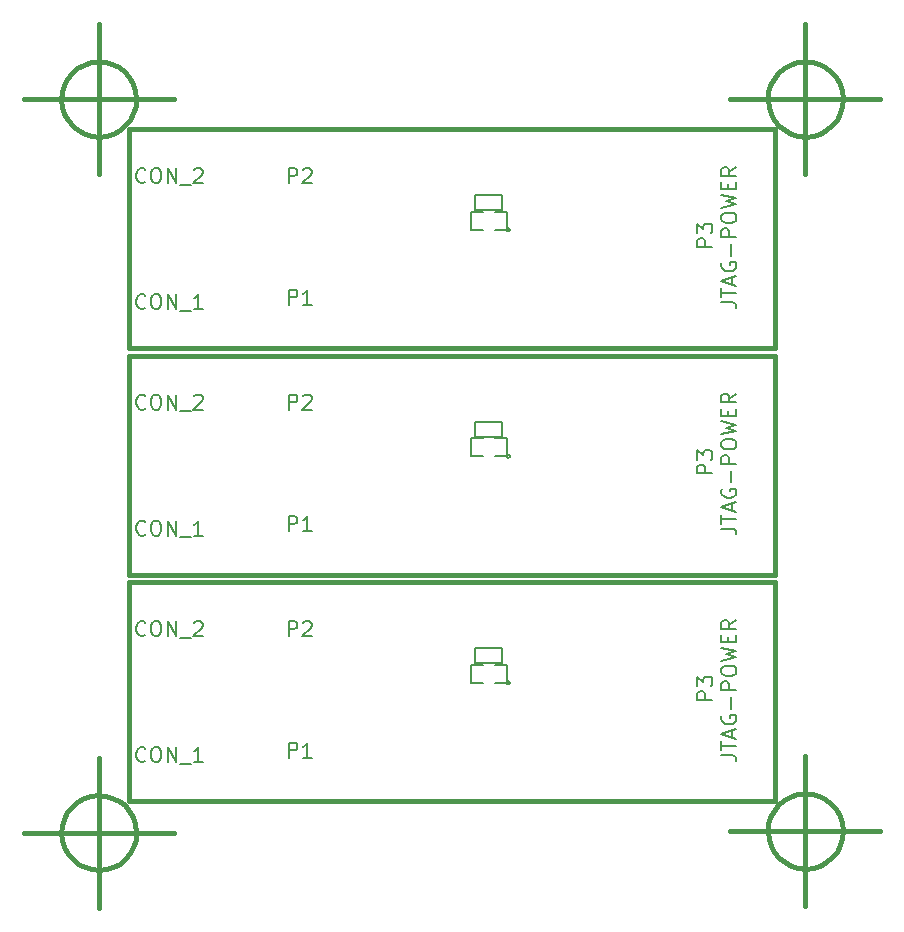
<source format=gbo>
G04 (created by PCBNEW-RS274X (2010-03-14)-final) date dom 30 oct 2011 23:58:25 ART*
G01*
G70*
G90*
%MOIN*%
G04 Gerber Fmt 3.4, Leading zero omitted, Abs format*
%FSLAX34Y34*%
G04 APERTURE LIST*
%ADD10C,0.000000*%
%ADD11C,0.015000*%
%ADD12C,0.005000*%
G04 APERTURE END LIST*
G54D10*
G54D11*
X79150Y-29750D02*
X79126Y-29992D01*
X79055Y-30226D01*
X78941Y-30441D01*
X78786Y-30630D01*
X78598Y-30786D01*
X78384Y-30902D01*
X78151Y-30974D01*
X77908Y-30999D01*
X77666Y-30977D01*
X77432Y-30908D01*
X77216Y-30795D01*
X77026Y-30643D01*
X76869Y-30456D01*
X76752Y-30242D01*
X76678Y-30009D01*
X76651Y-29767D01*
X76671Y-29525D01*
X76738Y-29290D01*
X76850Y-29073D01*
X77001Y-28882D01*
X77187Y-28724D01*
X77400Y-28605D01*
X77632Y-28530D01*
X77874Y-28501D01*
X78117Y-28519D01*
X78352Y-28585D01*
X78569Y-28695D01*
X78762Y-28845D01*
X78921Y-29030D01*
X79041Y-29242D01*
X79118Y-29474D01*
X79149Y-29716D01*
X79150Y-29750D01*
X75400Y-29750D02*
X80400Y-29750D01*
X77900Y-27250D02*
X77900Y-32250D01*
X79150Y-54150D02*
X79126Y-54392D01*
X79055Y-54626D01*
X78941Y-54841D01*
X78786Y-55030D01*
X78598Y-55186D01*
X78384Y-55302D01*
X78151Y-55374D01*
X77908Y-55399D01*
X77666Y-55377D01*
X77432Y-55308D01*
X77216Y-55195D01*
X77026Y-55043D01*
X76869Y-54856D01*
X76752Y-54642D01*
X76678Y-54409D01*
X76651Y-54167D01*
X76671Y-53925D01*
X76738Y-53690D01*
X76850Y-53473D01*
X77001Y-53282D01*
X77187Y-53124D01*
X77400Y-53005D01*
X77632Y-52930D01*
X77874Y-52901D01*
X78117Y-52919D01*
X78352Y-52985D01*
X78569Y-53095D01*
X78762Y-53245D01*
X78921Y-53430D01*
X79041Y-53642D01*
X79118Y-53874D01*
X79149Y-54116D01*
X79150Y-54150D01*
X75400Y-54150D02*
X80400Y-54150D01*
X77900Y-51650D02*
X77900Y-56650D01*
X55600Y-54200D02*
X55576Y-54442D01*
X55505Y-54676D01*
X55391Y-54891D01*
X55236Y-55080D01*
X55048Y-55236D01*
X54834Y-55352D01*
X54601Y-55424D01*
X54358Y-55449D01*
X54116Y-55427D01*
X53882Y-55358D01*
X53666Y-55245D01*
X53476Y-55093D01*
X53319Y-54906D01*
X53202Y-54692D01*
X53128Y-54459D01*
X53101Y-54217D01*
X53121Y-53975D01*
X53188Y-53740D01*
X53300Y-53523D01*
X53451Y-53332D01*
X53637Y-53174D01*
X53850Y-53055D01*
X54082Y-52980D01*
X54324Y-52951D01*
X54567Y-52969D01*
X54802Y-53035D01*
X55019Y-53145D01*
X55212Y-53295D01*
X55371Y-53480D01*
X55491Y-53692D01*
X55568Y-53924D01*
X55599Y-54166D01*
X55600Y-54200D01*
X51850Y-54200D02*
X56850Y-54200D01*
X54350Y-51700D02*
X54350Y-56700D01*
X55600Y-29750D02*
X55576Y-29992D01*
X55505Y-30226D01*
X55391Y-30441D01*
X55236Y-30630D01*
X55048Y-30786D01*
X54834Y-30902D01*
X54601Y-30974D01*
X54358Y-30999D01*
X54116Y-30977D01*
X53882Y-30908D01*
X53666Y-30795D01*
X53476Y-30643D01*
X53319Y-30456D01*
X53202Y-30242D01*
X53128Y-30009D01*
X53101Y-29767D01*
X53121Y-29525D01*
X53188Y-29290D01*
X53300Y-29073D01*
X53451Y-28882D01*
X53637Y-28724D01*
X53850Y-28605D01*
X54082Y-28530D01*
X54324Y-28501D01*
X54567Y-28519D01*
X54802Y-28585D01*
X55019Y-28695D01*
X55212Y-28845D01*
X55371Y-29030D01*
X55491Y-29242D01*
X55568Y-29474D01*
X55599Y-29716D01*
X55600Y-29750D01*
X51850Y-29750D02*
X56850Y-29750D01*
X54350Y-27250D02*
X54350Y-32250D01*
X76900Y-45850D02*
X76900Y-53150D01*
X76900Y-53150D02*
X55350Y-53150D01*
X55350Y-53150D02*
X55350Y-45850D01*
X55350Y-45850D02*
X76900Y-45850D01*
X55350Y-38300D02*
X76900Y-38300D01*
X55350Y-45600D02*
X55350Y-38300D01*
X76900Y-45600D02*
X55350Y-45600D01*
X76900Y-38300D02*
X76900Y-45600D01*
X55350Y-30750D02*
X76900Y-30750D01*
X55350Y-38050D02*
X55350Y-30750D01*
X76900Y-38050D02*
X55350Y-38050D01*
X76900Y-30750D02*
X76900Y-38050D01*
G54D12*
X68050Y-49200D02*
X68049Y-49209D01*
X68046Y-49219D01*
X68041Y-49227D01*
X68035Y-49235D01*
X68027Y-49241D01*
X68019Y-49246D01*
X68010Y-49248D01*
X68000Y-49249D01*
X67991Y-49249D01*
X67982Y-49246D01*
X67973Y-49241D01*
X67966Y-49235D01*
X67959Y-49228D01*
X67955Y-49219D01*
X67952Y-49210D01*
X67951Y-49200D01*
X67951Y-49191D01*
X67954Y-49182D01*
X67958Y-49173D01*
X67965Y-49166D01*
X67972Y-49159D01*
X67980Y-49155D01*
X67990Y-49152D01*
X67999Y-49151D01*
X68008Y-49151D01*
X68018Y-49154D01*
X68026Y-49158D01*
X68034Y-49164D01*
X68040Y-49172D01*
X68045Y-49180D01*
X68048Y-49189D01*
X68049Y-49199D01*
X68050Y-49200D01*
X67550Y-49200D02*
X67950Y-49200D01*
X67950Y-49200D02*
X67950Y-48600D01*
X67950Y-48600D02*
X67550Y-48600D01*
X67150Y-48600D02*
X66750Y-48600D01*
X66750Y-48600D02*
X66750Y-49200D01*
X66750Y-49200D02*
X67150Y-49200D01*
X67800Y-48050D02*
X66900Y-48050D01*
X66900Y-48050D02*
X66900Y-48550D01*
X66900Y-48550D02*
X67800Y-48550D01*
X67800Y-48550D02*
X67800Y-48050D01*
X67800Y-40500D02*
X66900Y-40500D01*
X66900Y-40500D02*
X66900Y-41000D01*
X66900Y-41000D02*
X67800Y-41000D01*
X67800Y-41000D02*
X67800Y-40500D01*
X68050Y-41650D02*
X68049Y-41659D01*
X68046Y-41669D01*
X68041Y-41677D01*
X68035Y-41685D01*
X68027Y-41691D01*
X68019Y-41696D01*
X68010Y-41698D01*
X68000Y-41699D01*
X67991Y-41699D01*
X67982Y-41696D01*
X67973Y-41691D01*
X67966Y-41685D01*
X67959Y-41678D01*
X67955Y-41669D01*
X67952Y-41660D01*
X67951Y-41650D01*
X67951Y-41641D01*
X67954Y-41632D01*
X67958Y-41623D01*
X67965Y-41616D01*
X67972Y-41609D01*
X67980Y-41605D01*
X67990Y-41602D01*
X67999Y-41601D01*
X68008Y-41601D01*
X68018Y-41604D01*
X68026Y-41608D01*
X68034Y-41614D01*
X68040Y-41622D01*
X68045Y-41630D01*
X68048Y-41639D01*
X68049Y-41649D01*
X68050Y-41650D01*
X67550Y-41650D02*
X67950Y-41650D01*
X67950Y-41650D02*
X67950Y-41050D01*
X67950Y-41050D02*
X67550Y-41050D01*
X67150Y-41050D02*
X66750Y-41050D01*
X66750Y-41050D02*
X66750Y-41650D01*
X66750Y-41650D02*
X67150Y-41650D01*
X67800Y-32950D02*
X66900Y-32950D01*
X66900Y-32950D02*
X66900Y-33450D01*
X66900Y-33450D02*
X67800Y-33450D01*
X67800Y-33450D02*
X67800Y-32950D01*
X68050Y-34100D02*
X68049Y-34109D01*
X68046Y-34119D01*
X68041Y-34127D01*
X68035Y-34135D01*
X68027Y-34141D01*
X68019Y-34146D01*
X68010Y-34148D01*
X68000Y-34149D01*
X67991Y-34149D01*
X67982Y-34146D01*
X67973Y-34141D01*
X67966Y-34135D01*
X67959Y-34128D01*
X67955Y-34119D01*
X67952Y-34110D01*
X67951Y-34100D01*
X67951Y-34091D01*
X67954Y-34082D01*
X67958Y-34073D01*
X67965Y-34066D01*
X67972Y-34059D01*
X67980Y-34055D01*
X67990Y-34052D01*
X67999Y-34051D01*
X68008Y-34051D01*
X68018Y-34054D01*
X68026Y-34058D01*
X68034Y-34064D01*
X68040Y-34072D01*
X68045Y-34080D01*
X68048Y-34089D01*
X68049Y-34099D01*
X68050Y-34100D01*
X67550Y-34100D02*
X67950Y-34100D01*
X67950Y-34100D02*
X67950Y-33500D01*
X67950Y-33500D02*
X67550Y-33500D01*
X67150Y-33500D02*
X66750Y-33500D01*
X66750Y-33500D02*
X66750Y-34100D01*
X66750Y-34100D02*
X67150Y-34100D01*
X60681Y-51702D02*
X60681Y-51202D01*
X60872Y-51202D01*
X60919Y-51226D01*
X60943Y-51250D01*
X60967Y-51298D01*
X60967Y-51369D01*
X60943Y-51417D01*
X60919Y-51440D01*
X60872Y-51464D01*
X60681Y-51464D01*
X61443Y-51702D02*
X61157Y-51702D01*
X61300Y-51702D02*
X61300Y-51202D01*
X61252Y-51274D01*
X61205Y-51321D01*
X61157Y-51345D01*
X55903Y-51805D02*
X55879Y-51829D01*
X55808Y-51852D01*
X55760Y-51852D01*
X55688Y-51829D01*
X55641Y-51781D01*
X55617Y-51733D01*
X55593Y-51638D01*
X55593Y-51567D01*
X55617Y-51471D01*
X55641Y-51424D01*
X55688Y-51376D01*
X55760Y-51352D01*
X55808Y-51352D01*
X55879Y-51376D01*
X55903Y-51400D01*
X56212Y-51352D02*
X56308Y-51352D01*
X56355Y-51376D01*
X56403Y-51424D01*
X56427Y-51519D01*
X56427Y-51686D01*
X56403Y-51781D01*
X56355Y-51829D01*
X56308Y-51852D01*
X56212Y-51852D01*
X56165Y-51829D01*
X56117Y-51781D01*
X56093Y-51686D01*
X56093Y-51519D01*
X56117Y-51424D01*
X56165Y-51376D01*
X56212Y-51352D01*
X56641Y-51852D02*
X56641Y-51352D01*
X56927Y-51852D01*
X56927Y-51352D01*
X57046Y-51900D02*
X57427Y-51900D01*
X57808Y-51852D02*
X57522Y-51852D01*
X57665Y-51852D02*
X57665Y-51352D01*
X57617Y-51424D01*
X57570Y-51471D01*
X57522Y-51495D01*
X60681Y-47652D02*
X60681Y-47152D01*
X60872Y-47152D01*
X60919Y-47176D01*
X60943Y-47200D01*
X60967Y-47248D01*
X60967Y-47319D01*
X60943Y-47367D01*
X60919Y-47390D01*
X60872Y-47414D01*
X60681Y-47414D01*
X61157Y-47200D02*
X61181Y-47176D01*
X61229Y-47152D01*
X61348Y-47152D01*
X61395Y-47176D01*
X61419Y-47200D01*
X61443Y-47248D01*
X61443Y-47295D01*
X61419Y-47367D01*
X61133Y-47652D01*
X61443Y-47652D01*
X55903Y-47605D02*
X55879Y-47629D01*
X55808Y-47652D01*
X55760Y-47652D01*
X55688Y-47629D01*
X55641Y-47581D01*
X55617Y-47533D01*
X55593Y-47438D01*
X55593Y-47367D01*
X55617Y-47271D01*
X55641Y-47224D01*
X55688Y-47176D01*
X55760Y-47152D01*
X55808Y-47152D01*
X55879Y-47176D01*
X55903Y-47200D01*
X56212Y-47152D02*
X56308Y-47152D01*
X56355Y-47176D01*
X56403Y-47224D01*
X56427Y-47319D01*
X56427Y-47486D01*
X56403Y-47581D01*
X56355Y-47629D01*
X56308Y-47652D01*
X56212Y-47652D01*
X56165Y-47629D01*
X56117Y-47581D01*
X56093Y-47486D01*
X56093Y-47319D01*
X56117Y-47224D01*
X56165Y-47176D01*
X56212Y-47152D01*
X56641Y-47652D02*
X56641Y-47152D01*
X56927Y-47652D01*
X56927Y-47152D01*
X57046Y-47700D02*
X57427Y-47700D01*
X57522Y-47200D02*
X57546Y-47176D01*
X57594Y-47152D01*
X57713Y-47152D01*
X57760Y-47176D01*
X57784Y-47200D01*
X57808Y-47248D01*
X57808Y-47295D01*
X57784Y-47367D01*
X57498Y-47652D01*
X57808Y-47652D01*
X74802Y-49769D02*
X74302Y-49769D01*
X74302Y-49578D01*
X74326Y-49531D01*
X74350Y-49507D01*
X74398Y-49483D01*
X74469Y-49483D01*
X74517Y-49507D01*
X74540Y-49531D01*
X74564Y-49578D01*
X74564Y-49769D01*
X74302Y-49317D02*
X74302Y-49007D01*
X74493Y-49174D01*
X74493Y-49102D01*
X74517Y-49055D01*
X74540Y-49031D01*
X74588Y-49007D01*
X74707Y-49007D01*
X74755Y-49031D01*
X74779Y-49055D01*
X74802Y-49102D01*
X74802Y-49245D01*
X74779Y-49293D01*
X74755Y-49317D01*
X75102Y-51616D02*
X75460Y-51616D01*
X75531Y-51640D01*
X75579Y-51688D01*
X75602Y-51759D01*
X75602Y-51807D01*
X75102Y-51449D02*
X75102Y-51164D01*
X75602Y-51307D02*
X75102Y-51307D01*
X75460Y-51021D02*
X75460Y-50783D01*
X75602Y-51068D02*
X75102Y-50902D01*
X75602Y-50735D01*
X75126Y-50306D02*
X75102Y-50354D01*
X75102Y-50425D01*
X75126Y-50497D01*
X75174Y-50544D01*
X75221Y-50568D01*
X75317Y-50592D01*
X75388Y-50592D01*
X75483Y-50568D01*
X75531Y-50544D01*
X75579Y-50497D01*
X75602Y-50425D01*
X75602Y-50377D01*
X75579Y-50306D01*
X75555Y-50282D01*
X75388Y-50282D01*
X75388Y-50377D01*
X75412Y-50068D02*
X75412Y-49687D01*
X75602Y-49449D02*
X75102Y-49449D01*
X75102Y-49258D01*
X75126Y-49211D01*
X75150Y-49187D01*
X75198Y-49163D01*
X75269Y-49163D01*
X75317Y-49187D01*
X75340Y-49211D01*
X75364Y-49258D01*
X75364Y-49449D01*
X75102Y-48854D02*
X75102Y-48758D01*
X75126Y-48711D01*
X75174Y-48663D01*
X75269Y-48639D01*
X75436Y-48639D01*
X75531Y-48663D01*
X75579Y-48711D01*
X75602Y-48758D01*
X75602Y-48854D01*
X75579Y-48901D01*
X75531Y-48949D01*
X75436Y-48973D01*
X75269Y-48973D01*
X75174Y-48949D01*
X75126Y-48901D01*
X75102Y-48854D01*
X75102Y-48473D02*
X75602Y-48354D01*
X75245Y-48258D01*
X75602Y-48163D01*
X75102Y-48044D01*
X75340Y-47854D02*
X75340Y-47687D01*
X75602Y-47616D02*
X75602Y-47854D01*
X75102Y-47854D01*
X75102Y-47616D01*
X75602Y-47116D02*
X75364Y-47283D01*
X75602Y-47402D02*
X75102Y-47402D01*
X75102Y-47211D01*
X75126Y-47164D01*
X75150Y-47140D01*
X75198Y-47116D01*
X75269Y-47116D01*
X75317Y-47140D01*
X75340Y-47164D01*
X75364Y-47211D01*
X75364Y-47402D01*
X74802Y-42219D02*
X74302Y-42219D01*
X74302Y-42028D01*
X74326Y-41981D01*
X74350Y-41957D01*
X74398Y-41933D01*
X74469Y-41933D01*
X74517Y-41957D01*
X74540Y-41981D01*
X74564Y-42028D01*
X74564Y-42219D01*
X74302Y-41767D02*
X74302Y-41457D01*
X74493Y-41624D01*
X74493Y-41552D01*
X74517Y-41505D01*
X74540Y-41481D01*
X74588Y-41457D01*
X74707Y-41457D01*
X74755Y-41481D01*
X74779Y-41505D01*
X74802Y-41552D01*
X74802Y-41695D01*
X74779Y-41743D01*
X74755Y-41767D01*
X75102Y-44066D02*
X75460Y-44066D01*
X75531Y-44090D01*
X75579Y-44138D01*
X75602Y-44209D01*
X75602Y-44257D01*
X75102Y-43899D02*
X75102Y-43614D01*
X75602Y-43757D02*
X75102Y-43757D01*
X75460Y-43471D02*
X75460Y-43233D01*
X75602Y-43518D02*
X75102Y-43352D01*
X75602Y-43185D01*
X75126Y-42756D02*
X75102Y-42804D01*
X75102Y-42875D01*
X75126Y-42947D01*
X75174Y-42994D01*
X75221Y-43018D01*
X75317Y-43042D01*
X75388Y-43042D01*
X75483Y-43018D01*
X75531Y-42994D01*
X75579Y-42947D01*
X75602Y-42875D01*
X75602Y-42827D01*
X75579Y-42756D01*
X75555Y-42732D01*
X75388Y-42732D01*
X75388Y-42827D01*
X75412Y-42518D02*
X75412Y-42137D01*
X75602Y-41899D02*
X75102Y-41899D01*
X75102Y-41708D01*
X75126Y-41661D01*
X75150Y-41637D01*
X75198Y-41613D01*
X75269Y-41613D01*
X75317Y-41637D01*
X75340Y-41661D01*
X75364Y-41708D01*
X75364Y-41899D01*
X75102Y-41304D02*
X75102Y-41208D01*
X75126Y-41161D01*
X75174Y-41113D01*
X75269Y-41089D01*
X75436Y-41089D01*
X75531Y-41113D01*
X75579Y-41161D01*
X75602Y-41208D01*
X75602Y-41304D01*
X75579Y-41351D01*
X75531Y-41399D01*
X75436Y-41423D01*
X75269Y-41423D01*
X75174Y-41399D01*
X75126Y-41351D01*
X75102Y-41304D01*
X75102Y-40923D02*
X75602Y-40804D01*
X75245Y-40708D01*
X75602Y-40613D01*
X75102Y-40494D01*
X75340Y-40304D02*
X75340Y-40137D01*
X75602Y-40066D02*
X75602Y-40304D01*
X75102Y-40304D01*
X75102Y-40066D01*
X75602Y-39566D02*
X75364Y-39733D01*
X75602Y-39852D02*
X75102Y-39852D01*
X75102Y-39661D01*
X75126Y-39614D01*
X75150Y-39590D01*
X75198Y-39566D01*
X75269Y-39566D01*
X75317Y-39590D01*
X75340Y-39614D01*
X75364Y-39661D01*
X75364Y-39852D01*
X60681Y-40102D02*
X60681Y-39602D01*
X60872Y-39602D01*
X60919Y-39626D01*
X60943Y-39650D01*
X60967Y-39698D01*
X60967Y-39769D01*
X60943Y-39817D01*
X60919Y-39840D01*
X60872Y-39864D01*
X60681Y-39864D01*
X61157Y-39650D02*
X61181Y-39626D01*
X61229Y-39602D01*
X61348Y-39602D01*
X61395Y-39626D01*
X61419Y-39650D01*
X61443Y-39698D01*
X61443Y-39745D01*
X61419Y-39817D01*
X61133Y-40102D01*
X61443Y-40102D01*
X55903Y-40055D02*
X55879Y-40079D01*
X55808Y-40102D01*
X55760Y-40102D01*
X55688Y-40079D01*
X55641Y-40031D01*
X55617Y-39983D01*
X55593Y-39888D01*
X55593Y-39817D01*
X55617Y-39721D01*
X55641Y-39674D01*
X55688Y-39626D01*
X55760Y-39602D01*
X55808Y-39602D01*
X55879Y-39626D01*
X55903Y-39650D01*
X56212Y-39602D02*
X56308Y-39602D01*
X56355Y-39626D01*
X56403Y-39674D01*
X56427Y-39769D01*
X56427Y-39936D01*
X56403Y-40031D01*
X56355Y-40079D01*
X56308Y-40102D01*
X56212Y-40102D01*
X56165Y-40079D01*
X56117Y-40031D01*
X56093Y-39936D01*
X56093Y-39769D01*
X56117Y-39674D01*
X56165Y-39626D01*
X56212Y-39602D01*
X56641Y-40102D02*
X56641Y-39602D01*
X56927Y-40102D01*
X56927Y-39602D01*
X57046Y-40150D02*
X57427Y-40150D01*
X57522Y-39650D02*
X57546Y-39626D01*
X57594Y-39602D01*
X57713Y-39602D01*
X57760Y-39626D01*
X57784Y-39650D01*
X57808Y-39698D01*
X57808Y-39745D01*
X57784Y-39817D01*
X57498Y-40102D01*
X57808Y-40102D01*
X60681Y-44152D02*
X60681Y-43652D01*
X60872Y-43652D01*
X60919Y-43676D01*
X60943Y-43700D01*
X60967Y-43748D01*
X60967Y-43819D01*
X60943Y-43867D01*
X60919Y-43890D01*
X60872Y-43914D01*
X60681Y-43914D01*
X61443Y-44152D02*
X61157Y-44152D01*
X61300Y-44152D02*
X61300Y-43652D01*
X61252Y-43724D01*
X61205Y-43771D01*
X61157Y-43795D01*
X55903Y-44255D02*
X55879Y-44279D01*
X55808Y-44302D01*
X55760Y-44302D01*
X55688Y-44279D01*
X55641Y-44231D01*
X55617Y-44183D01*
X55593Y-44088D01*
X55593Y-44017D01*
X55617Y-43921D01*
X55641Y-43874D01*
X55688Y-43826D01*
X55760Y-43802D01*
X55808Y-43802D01*
X55879Y-43826D01*
X55903Y-43850D01*
X56212Y-43802D02*
X56308Y-43802D01*
X56355Y-43826D01*
X56403Y-43874D01*
X56427Y-43969D01*
X56427Y-44136D01*
X56403Y-44231D01*
X56355Y-44279D01*
X56308Y-44302D01*
X56212Y-44302D01*
X56165Y-44279D01*
X56117Y-44231D01*
X56093Y-44136D01*
X56093Y-43969D01*
X56117Y-43874D01*
X56165Y-43826D01*
X56212Y-43802D01*
X56641Y-44302D02*
X56641Y-43802D01*
X56927Y-44302D01*
X56927Y-43802D01*
X57046Y-44350D02*
X57427Y-44350D01*
X57808Y-44302D02*
X57522Y-44302D01*
X57665Y-44302D02*
X57665Y-43802D01*
X57617Y-43874D01*
X57570Y-43921D01*
X57522Y-43945D01*
X74802Y-34669D02*
X74302Y-34669D01*
X74302Y-34478D01*
X74326Y-34431D01*
X74350Y-34407D01*
X74398Y-34383D01*
X74469Y-34383D01*
X74517Y-34407D01*
X74540Y-34431D01*
X74564Y-34478D01*
X74564Y-34669D01*
X74302Y-34217D02*
X74302Y-33907D01*
X74493Y-34074D01*
X74493Y-34002D01*
X74517Y-33955D01*
X74540Y-33931D01*
X74588Y-33907D01*
X74707Y-33907D01*
X74755Y-33931D01*
X74779Y-33955D01*
X74802Y-34002D01*
X74802Y-34145D01*
X74779Y-34193D01*
X74755Y-34217D01*
X75102Y-36516D02*
X75460Y-36516D01*
X75531Y-36540D01*
X75579Y-36588D01*
X75602Y-36659D01*
X75602Y-36707D01*
X75102Y-36349D02*
X75102Y-36064D01*
X75602Y-36207D02*
X75102Y-36207D01*
X75460Y-35921D02*
X75460Y-35683D01*
X75602Y-35968D02*
X75102Y-35802D01*
X75602Y-35635D01*
X75126Y-35206D02*
X75102Y-35254D01*
X75102Y-35325D01*
X75126Y-35397D01*
X75174Y-35444D01*
X75221Y-35468D01*
X75317Y-35492D01*
X75388Y-35492D01*
X75483Y-35468D01*
X75531Y-35444D01*
X75579Y-35397D01*
X75602Y-35325D01*
X75602Y-35277D01*
X75579Y-35206D01*
X75555Y-35182D01*
X75388Y-35182D01*
X75388Y-35277D01*
X75412Y-34968D02*
X75412Y-34587D01*
X75602Y-34349D02*
X75102Y-34349D01*
X75102Y-34158D01*
X75126Y-34111D01*
X75150Y-34087D01*
X75198Y-34063D01*
X75269Y-34063D01*
X75317Y-34087D01*
X75340Y-34111D01*
X75364Y-34158D01*
X75364Y-34349D01*
X75102Y-33754D02*
X75102Y-33658D01*
X75126Y-33611D01*
X75174Y-33563D01*
X75269Y-33539D01*
X75436Y-33539D01*
X75531Y-33563D01*
X75579Y-33611D01*
X75602Y-33658D01*
X75602Y-33754D01*
X75579Y-33801D01*
X75531Y-33849D01*
X75436Y-33873D01*
X75269Y-33873D01*
X75174Y-33849D01*
X75126Y-33801D01*
X75102Y-33754D01*
X75102Y-33373D02*
X75602Y-33254D01*
X75245Y-33158D01*
X75602Y-33063D01*
X75102Y-32944D01*
X75340Y-32754D02*
X75340Y-32587D01*
X75602Y-32516D02*
X75602Y-32754D01*
X75102Y-32754D01*
X75102Y-32516D01*
X75602Y-32016D02*
X75364Y-32183D01*
X75602Y-32302D02*
X75102Y-32302D01*
X75102Y-32111D01*
X75126Y-32064D01*
X75150Y-32040D01*
X75198Y-32016D01*
X75269Y-32016D01*
X75317Y-32040D01*
X75340Y-32064D01*
X75364Y-32111D01*
X75364Y-32302D01*
X60681Y-32552D02*
X60681Y-32052D01*
X60872Y-32052D01*
X60919Y-32076D01*
X60943Y-32100D01*
X60967Y-32148D01*
X60967Y-32219D01*
X60943Y-32267D01*
X60919Y-32290D01*
X60872Y-32314D01*
X60681Y-32314D01*
X61157Y-32100D02*
X61181Y-32076D01*
X61229Y-32052D01*
X61348Y-32052D01*
X61395Y-32076D01*
X61419Y-32100D01*
X61443Y-32148D01*
X61443Y-32195D01*
X61419Y-32267D01*
X61133Y-32552D01*
X61443Y-32552D01*
X55903Y-32505D02*
X55879Y-32529D01*
X55808Y-32552D01*
X55760Y-32552D01*
X55688Y-32529D01*
X55641Y-32481D01*
X55617Y-32433D01*
X55593Y-32338D01*
X55593Y-32267D01*
X55617Y-32171D01*
X55641Y-32124D01*
X55688Y-32076D01*
X55760Y-32052D01*
X55808Y-32052D01*
X55879Y-32076D01*
X55903Y-32100D01*
X56212Y-32052D02*
X56308Y-32052D01*
X56355Y-32076D01*
X56403Y-32124D01*
X56427Y-32219D01*
X56427Y-32386D01*
X56403Y-32481D01*
X56355Y-32529D01*
X56308Y-32552D01*
X56212Y-32552D01*
X56165Y-32529D01*
X56117Y-32481D01*
X56093Y-32386D01*
X56093Y-32219D01*
X56117Y-32124D01*
X56165Y-32076D01*
X56212Y-32052D01*
X56641Y-32552D02*
X56641Y-32052D01*
X56927Y-32552D01*
X56927Y-32052D01*
X57046Y-32600D02*
X57427Y-32600D01*
X57522Y-32100D02*
X57546Y-32076D01*
X57594Y-32052D01*
X57713Y-32052D01*
X57760Y-32076D01*
X57784Y-32100D01*
X57808Y-32148D01*
X57808Y-32195D01*
X57784Y-32267D01*
X57498Y-32552D01*
X57808Y-32552D01*
X60681Y-36602D02*
X60681Y-36102D01*
X60872Y-36102D01*
X60919Y-36126D01*
X60943Y-36150D01*
X60967Y-36198D01*
X60967Y-36269D01*
X60943Y-36317D01*
X60919Y-36340D01*
X60872Y-36364D01*
X60681Y-36364D01*
X61443Y-36602D02*
X61157Y-36602D01*
X61300Y-36602D02*
X61300Y-36102D01*
X61252Y-36174D01*
X61205Y-36221D01*
X61157Y-36245D01*
X55903Y-36705D02*
X55879Y-36729D01*
X55808Y-36752D01*
X55760Y-36752D01*
X55688Y-36729D01*
X55641Y-36681D01*
X55617Y-36633D01*
X55593Y-36538D01*
X55593Y-36467D01*
X55617Y-36371D01*
X55641Y-36324D01*
X55688Y-36276D01*
X55760Y-36252D01*
X55808Y-36252D01*
X55879Y-36276D01*
X55903Y-36300D01*
X56212Y-36252D02*
X56308Y-36252D01*
X56355Y-36276D01*
X56403Y-36324D01*
X56427Y-36419D01*
X56427Y-36586D01*
X56403Y-36681D01*
X56355Y-36729D01*
X56308Y-36752D01*
X56212Y-36752D01*
X56165Y-36729D01*
X56117Y-36681D01*
X56093Y-36586D01*
X56093Y-36419D01*
X56117Y-36324D01*
X56165Y-36276D01*
X56212Y-36252D01*
X56641Y-36752D02*
X56641Y-36252D01*
X56927Y-36752D01*
X56927Y-36252D01*
X57046Y-36800D02*
X57427Y-36800D01*
X57808Y-36752D02*
X57522Y-36752D01*
X57665Y-36752D02*
X57665Y-36252D01*
X57617Y-36324D01*
X57570Y-36371D01*
X57522Y-36395D01*
M02*

</source>
